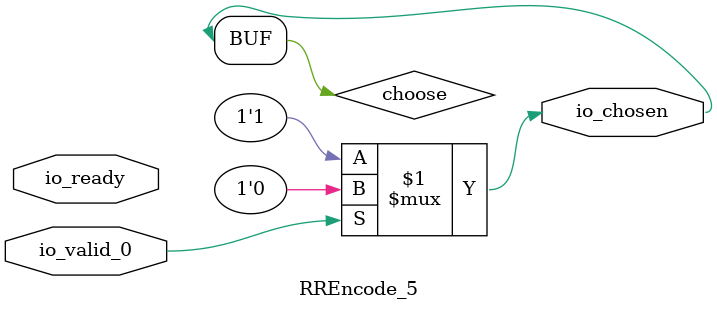
<source format=v>
module RREncode_5(
    input  io_valid_0,
    output io_chosen,
    input  io_ready);
  wire choose;
  assign io_chosen = choose;
  assign choose = io_valid_0 ? 1'h0 : 1'h1;
endmodule
</source>
